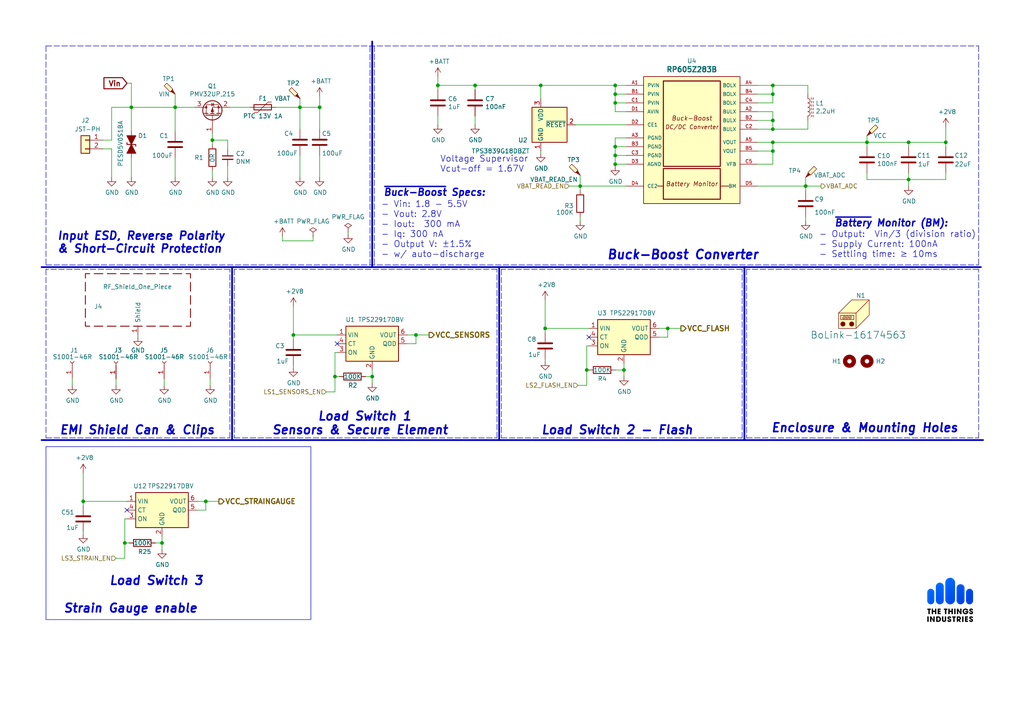
<source format=kicad_sch>
(kicad_sch (version 20231120) (generator "eeschema") (generator_version "8.0")
  (paper "A4")
  (title_block (title "Power Supply") (date "2021-05-24") (rev "1.1b") (company "The Things Industries") (comment 1 "https://www.thethingsindustries.com/") (comment 2 "Drawn by: Orkhan Amiraslanov (azerimaker)"))
  (lib_symbols
    (symbol "Connector:Conn_01x01_Female" (pin_names (offset 1.016) hide)
      (property "Reference" "J" (at 0 2.54 0))
      (property "Value" "Conn_01x01_Female" (at 0 -2.54 0))
      (symbol "Conn_01x01_Female_1_1"
        (pin passive line (at -5.08 0 0) (length 3.81) (name "Pin_1") (number "1"))
      )
    )
    (symbol "Connector:TestPoint_Probe" (pin_numbers hide) (pin_names (offset 0.762) hide)
      (property "Reference" "TP" (at 1.651 5.842 0))
      (property "Value" "TestPoint_Probe" (at 1.651 4.064 0))
      (symbol "TestPoint_Probe_1_1"
        (pin passive line (at 0 0 90) (length 0) (name "1") (number "1"))
      )
    )
    (symbol "Connector_Generic:Conn_01x02" (pin_names (offset 1.016) hide)
      (property "Reference" "J" (at 0 2.54 0))
      (property "Value" "Conn_01x02" (at 0 -5.08 0))
      (symbol "Conn_01x02_1_1"
        (pin passive line (at -5.08 0 0) (length 3.81) (name "Pin_1") (number "1"))
        (pin passive line (at -5.08 -2.54 0) (length 3.81) (name "Pin_2") (number "2"))
      )
    )
    (symbol "Device:C" (pin_numbers hide) (pin_names (offset 0.254))
      (property "Reference" "C" (at 0.635 2.54 0))
      (property "Value" "C" (at 0.635 -2.54 0))
      (symbol "C_1_1"
        (pin passive line (at 0 3.81 270) (length 2.794) (name "~") (number "1"))
        (pin passive line (at 0 -3.81 90) (length 2.794) (name "~") (number "2"))
      )
    )
    (symbol "Device:C_Small" (pin_numbers hide) (pin_names (offset 0.254) hide)
      (property "Reference" "C" (at 0.254 1.778 0))
      (property "Value" "C_Small" (at 0.254 -2.032 0))
      (symbol "C_Small_1_1"
        (pin passive line (at 0 2.54 270) (length 2.032) (name "~") (number "1"))
        (pin passive line (at 0 -2.54 90) (length 2.032) (name "~") (number "2"))
      )
    )
    (symbol "Device:D_TVS_ALT" (pin_numbers hide) (pin_names (offset 1.016) hide)
      (property "Reference" "D" (at 0 2.54 0))
      (property "Value" "Device_D_TVS_ALT" (at 0 -2.54 0))
      (symbol "D_TVS_ALT_1_1"
        (pin passive line (at -3.81 0 0) (length 2.54) (name "A1") (number "1"))
        (pin passive line (at 3.81 0 180) (length 2.54) (name "A2") (number "2"))
      )
    )
    (symbol "Device:L_Core_Ferrite" (pin_numbers hide) (pin_names (offset 1.016) hide)
      (property "Reference" "L" (at -1.27 0 90))
      (property "Value" "Device_L_Core_Ferrite" (at 2.794 0 90))
      (symbol "L_Core_Ferrite_1_1"
        (pin passive line (at 0 3.81 270) (length 1.27) (name "1") (number "1"))
        (pin passive line (at 0 -3.81 90) (length 1.27) (name "2") (number "2"))
      )
    )
    (symbol "Device:Polyfuse" (pin_numbers hide) (pin_names (offset 0))
      (property "Reference" "F" (at -2.54 0 90))
      (property "Value" "Polyfuse" (at 2.54 0 90))
      (symbol "Polyfuse_1_1"
        (pin passive line (at 0 3.81 270) (length 1.27) (name "~") (number "1"))
        (pin passive line (at 0 -3.81 90) (length 1.27) (name "~") (number "2"))
      )
    )
    (symbol "Device:Q_PMOS_GSD" (pin_names (offset 0) hide)
      (property "Reference" "Q" (at 5.08 1.27 0))
      (property "Value" "Q_PMOS_GSD" (at 5.08 -1.27 0))
      (symbol "Q_PMOS_GSD_1_1"
        (pin input line (at -5.08 0 0) (length 2.54) (name "G") (number "1"))
        (pin passive line (at 2.54 -5.08 90) (length 2.54) (name "S") (number "2"))
        (pin passive line (at 2.54 5.08 270) (length 2.54) (name "D") (number "3"))
      )
    )
    (symbol "Device:R" (pin_numbers hide) (pin_names (offset 0))
      (property "Reference" "R" (at 2.032 0 90))
      (property "Value" "R" (at 0 0 90))
      (symbol "R_1_1"
        (pin passive line (at 0 3.81 270) (length 1.27) (name "~") (number "1"))
        (pin passive line (at 0 -3.81 90) (length 1.27) (name "~") (number "2"))
      )
    )
    (symbol "Device:RF_Shield_One_Piece" (pin_names (offset 1.016))
      (property "Reference" "J" (at 0 5.08 0))
      (property "Value" "Device_RF_Shield_One_Piece" (at 0 2.54 0))
      (symbol "RF_Shield_One_Piece_1_1"
        (pin passive line (at 0 -10.16 90) (length 2.54) (name "Shield") (number "1"))
      )
    )
    (symbol "Mechanical:Housing" (pin_names (offset 1.016))
      (property "Reference" "N" (at 3.81 0 0))
      (property "Value" "Housing" (at 3.81 -1.905 0))
    )
    (symbol "Mechanical:MountingHole" (pin_names (offset 1.016))
      (property "Reference" "H" (at 0 5.08 0))
      (property "Value" "MountingHole" (at 0 3.175 0))
    )
    (symbol "Power_Management:TPS22917DBV"
      (property "Reference" "U" (at -6.35 6.35 0))
      (property "Value" "TPS22917DBV" (at 2.54 6.35 0))
      (symbol "TPS22917DBV_1_1"
        (pin power_in line (at -10.16 2.54 0) (length 2.54) (name "VIN") (number "1"))
        (pin power_in line (at 0 -7.62 90) (length 2.54) (name "GND") (number "2"))
        (pin input line (at -10.16 -2.54 0) (length 2.54) (name "ON") (number "3"))
        (pin output line (at -10.16 0 0) (length 2.54) (name "CT") (number "4"))
        (pin open_collector line (at 10.16 0 180) (length 2.54) (name "QOD") (number "5"))
        (pin power_out line (at 10.16 2.54 180) (length 2.54) (name "VOUT") (number "6"))
      )
    )
    (symbol "Power_Supervisor:TPS3839DBZ" (pin_names (offset 0.254))
      (property "Reference" "U" (at 2.54 8.89 0))
      (property "Value" "TPS3839DBZ" (at 2.54 6.35 0))
      (symbol "TPS3839DBZ_1_1"
        (pin power_in line (at 0 -7.62 90) (length 2.54) (name "GND") (number "1"))
        (pin output line (at 10.16 0 180) (length 2.54) (name "~{RESET}") (number "2"))
        (pin power_in line (at 0 7.62 270) (length 2.54) (name "VDD") (number "3"))
      )
    )
    (symbol "node-lib-v1:RP605Zx" (pin_names (offset 1.016))
      (property "Reference" "U" (at 0 3.81 0))
      (property "Value" "RP605Zx" (at 10.16 3.81 0))
      (symbol "RP605Zx_0_0"
        (text "Battery Monitor" (at 13.97 -28.575 0) (effects (font (size 1.2954 1.2954) (italic yes))))
        (text "Buck-Boost" (at 13.97 -9.525 0) (effects (font (size 1.2954 1.2954) (italic yes))))
        (text "DC/DC Converter" (at 13.97 -12.065 0) (effects (font (size 1.1938 1.1938) (italic yes))))
        (pin power_in line (at -5.08 0 0) (length 5.08) (name "PVIN") (number "A1"))
        (pin bidirectional line (at 33.02 -7.62 180) (length 5.08) (name "BULX") (number "A2"))
        (pin passive line (at -5.08 -15.24 0) (length 5.08) (name "PGND") (number "A3"))
        (pin bidirectional line (at 33.02 0 180) (length 5.08) (name "BOLX") (number "A4"))
        (pin power_out line (at 33.02 -16.51 180) (length 5.08) (name "VOUT") (number "A5"))
        (pin power_in line (at -5.08 -2.54 0) (length 5.08) (name "PVIN") (number "B1"))
        (pin bidirectional line (at 33.02 -10.16 180) (length 5.08) (name "BULX") (number "B2"))
        (pin passive line (at -5.08 -17.78 0) (length 5.08) (name "PGND") (number "B3"))
        (pin bidirectional line (at 33.02 -2.54 180) (length 5.08) (name "BOLX") (number "B4"))
        (pin passive line (at 33.02 -19.05 180) (length 5.08) (name "VOUT") (number "B5"))
        (pin power_in line (at -5.08 -5.08 0) (length 5.08) (name "PVIN") (number "C1"))
        (pin bidirectional line (at 33.02 -12.7 180) (length 5.08) (name "BULX") (number "C2"))
        (pin passive line (at -5.08 -20.32 0) (length 5.08) (name "PGND") (number "C3"))
        (pin bidirectional line (at 33.02 -5.08 180) (length 5.08) (name "BOLX") (number "C4"))
        (pin input line (at 33.02 -22.86 180) (length 5.08) (name "VFB") (number "C5"))
        (pin power_in line (at -5.08 -7.62 0) (length 5.08) (name "AVIN") (number "D1"))
        (pin input line (at -5.08 -11.43 0) (length 5.08) (name "CE1") (number "D2"))
        (pin passive line (at -5.08 -22.86 0) (length 5.08) (name "AGND") (number "D3"))
        (pin input line (at -5.08 -29.21 0) (length 5.08) (name "CE2") (number "D4"))
        (pin output line (at 33.02 -29.21 180) (length 5.08) (name "BM") (number "D5"))
      )
    )
    (symbol "power:+2V8" (power) (pin_names (offset 0))
      (property "Value" "+2V8" (at 0 3.556 0))
      (symbol "+2V8_1_1"
        (pin power_in line (at 0 0 90) (length 0) hide (name "+2V8") (number "1"))
      )
    )
    (symbol "power:+BATT" (power) (pin_names (offset 0))
      (property "Value" "+BATT" (at 0 3.556 0))
      (symbol "+BATT_1_1"
        (pin power_in line (at 0 0 90) (length 0) hide (name "+BATT") (number "1"))
      )
    )
    (symbol "power:GND" (power) (pin_names (offset 0))
      (property "Value" "GND" (at 0 -3.81 0))
      (symbol "GND_1_1"
        (pin power_in line (at 0 0 270) (length 0) hide (name "GND") (number "1"))
      )
    )
    (symbol "power:PWR_FLAG" (power) (pin_numbers hide) (pin_names (offset 0) hide)
      (property "Value" "PWR_FLAG" (at 0 3.81 0))
      (symbol "PWR_FLAG_0_0"
        (pin power_out line (at 0 0 90) (length 0) (name "pwr") (number "1"))
      )
    )
  )
  (junction (at 224.155 24.765))
  (junction (at 92.71 31.115))
  (junction (at 137.795 24.765))
  (junction (at 24.13 145.415))
  (junction (at 168.275 53.975))
  (junction (at 178.435 45.085))
  (junction (at 158.115 95.25))
  (junction (at 50.8 31.115))
  (junction (at 224.155 43.815))
  (junction (at 180.975 107.315))
  (junction (at 59.69 145.415))
  (junction (at 46.99 157.48))
  (junction (at 127 24.765))
  (junction (at 178.435 24.765))
  (junction (at 224.155 37.465))
  (junction (at 36.195 157.48))
  (junction (at 178.435 29.845))
  (junction (at 170.18 107.315))
  (junction (at 86.995 31.115))
  (junction (at 263.525 41.275))
  (junction (at 61.595 40.64))
  (junction (at 85.09 97.155))
  (junction (at 274.32 41.275))
  (junction (at 224.155 27.305))
  (junction (at 178.435 47.625))
  (junction (at 233.68 53.975))
  (junction (at 178.435 42.545))
  (junction (at 251.46 41.275))
  (junction (at 263.525 52.07))
  (junction (at 224.155 34.925))
  (junction (at 193.675 95.25))
  (junction (at 38.1 31.115))
  (junction (at 156.845 24.765))
  (junction (at 120.65 97.155))
  (junction (at 107.95 109.22))
  (junction (at 178.435 27.305))
  (junction (at 97.155 109.22))
  (junction (at 224.155 41.275))
  (no_connect (at 97.79 99.695))
  (no_connect (at 36.83 147.955))
  (no_connect (at 170.815 97.79))
  (wire (pts (xy 219.71 29.845) (xy 224.155 29.845)))
  (polyline (pts (xy 12.065 77.47) (xy 284.48 77.47)) (stroke (width 0.508) (type solid)))
  (wire (pts (xy 274.32 36.83) (xy 274.32 41.275)))
  (polyline (pts (xy 67.945 127) (xy 144.145 127)) (stroke (width 0) (type dash)))
  (wire (pts (xy 219.71 47.625) (xy 224.155 47.625)))
  (wire (pts (xy 107.95 109.22) (xy 107.95 111.125)))
  (wire (pts (xy 181.61 29.845) (xy 178.435 29.845)))
  (wire (pts (xy 32.385 31.115) (xy 38.1 31.115)))
  (wire (pts (xy 137.795 26.035) (xy 137.795 24.765)))
  (polyline (pts (xy 216.535 78.105) (xy 216.535 127)) (stroke (width 0) (type dash)))
  (polyline (pts (xy 13.335 78.105) (xy 13.335 127)) (stroke (width 0) (type dash)))
  (wire (pts (xy 263.525 50.165) (xy 263.525 52.07)))
  (wire (pts (xy 36.195 150.495) (xy 36.195 157.48)))
  (wire (pts (xy 120.65 99.695) (xy 120.65 97.155)))
  (wire (pts (xy 86.995 28.575) (xy 86.995 31.115)))
  (wire (pts (xy 85.09 88.9) (xy 85.09 97.155)))
  (wire (pts (xy 24.13 145.415) (xy 36.83 145.415)))
  (wire (pts (xy 168.275 53.975) (xy 181.61 53.975)))
  (wire (pts (xy 61.595 40.64) (xy 61.595 38.735)))
  (wire (pts (xy 224.155 37.465) (xy 234.315 37.465)))
  (wire (pts (xy 38.1 31.115) (xy 50.8 31.115)))
  (wire (pts (xy 36.83 24.13) (xy 38.1 24.13)))
  (wire (pts (xy 178.435 107.315) (xy 180.975 107.315)))
  (wire (pts (xy 137.795 33.655) (xy 137.795 36.195)))
  (wire (pts (xy 191.135 95.25) (xy 193.675 95.25)))
  (wire (pts (xy 165.1 53.975) (xy 168.275 53.975)))
  (wire (pts (xy 86.995 37.465) (xy 86.995 31.115)))
  (polyline (pts (xy 108.585 13.335) (xy 108.585 76.835)) (stroke (width 0) (type dash)))
  (wire (pts (xy 46.99 155.575) (xy 46.99 157.48)))
  (wire (pts (xy 66.04 48.26) (xy 66.04 51.435)))
  (wire (pts (xy 168.275 55.245) (xy 168.275 53.975)))
  (wire (pts (xy 178.435 42.545) (xy 178.435 45.085)))
  (polyline (pts (xy 144.145 127) (xy 144.145 78.105)) (stroke (width 0) (type dash)))
  (wire (pts (xy 59.69 147.955) (xy 57.15 147.955)))
  (wire (pts (xy 158.115 95.25) (xy 170.815 95.25)))
  (wire (pts (xy 36.83 150.495) (xy 36.195 150.495)))
  (wire (pts (xy 274.32 50.165) (xy 274.32 52.07)))
  (polyline (pts (xy 66.675 127) (xy 66.675 78.105)) (stroke (width 0) (type dash)))
  (wire (pts (xy 251.46 52.07) (xy 263.525 52.07)))
  (wire (pts (xy 251.46 39.37) (xy 251.46 41.275)))
  (wire (pts (xy 66.04 40.64) (xy 61.595 40.64)))
  (polyline (pts (xy 67.945 78.105) (xy 67.945 127)) (stroke (width 0) (type dash)))
  (wire (pts (xy 60.96 109.855) (xy 60.96 111.76)))
  (wire (pts (xy 120.65 97.155) (xy 124.46 97.155)))
  (wire (pts (xy 180.975 105.41) (xy 180.975 107.315)))
  (wire (pts (xy 81.915 69.85) (xy 90.805 69.85)))
  (wire (pts (xy 97.155 109.22) (xy 98.425 109.22)))
  (wire (pts (xy 92.71 45.085) (xy 92.71 51.435)))
  (wire (pts (xy 100.965 67.31) (xy 100.965 67.945)))
  (wire (pts (xy 36.195 161.925) (xy 33.655 161.925)))
  (polyline (pts (xy 145.415 127) (xy 215.265 127)) (stroke (width 0) (type dash)))
  (wire (pts (xy 178.435 32.385) (xy 178.435 29.845)))
  (wire (pts (xy 181.61 40.005) (xy 178.435 40.005)))
  (polyline (pts (xy 215.265 127) (xy 215.265 78.105)) (stroke (width 0) (type dash)))
  (wire (pts (xy 181.61 45.085) (xy 178.435 45.085)))
  (wire (pts (xy 234.315 24.765) (xy 234.315 27.305)))
  (wire (pts (xy 178.435 48.26) (xy 178.435 47.625)))
  (wire (pts (xy 97.79 102.235) (xy 97.155 102.235)))
  (wire (pts (xy 224.155 41.275) (xy 251.46 41.275)))
  (wire (pts (xy 181.61 24.765) (xy 178.435 24.765)))
  (wire (pts (xy 61.595 41.91) (xy 61.595 40.64)))
  (wire (pts (xy 127 33.655) (xy 127 36.195)))
  (wire (pts (xy 274.32 42.545) (xy 274.32 41.275)))
  (wire (pts (xy 224.155 43.815) (xy 224.155 41.275)))
  (wire (pts (xy 158.115 104.14) (xy 158.115 104.775)))
  (wire (pts (xy 66.04 43.18) (xy 66.04 40.64)))
  (wire (pts (xy 233.68 53.975) (xy 238.125 53.975)))
  (polyline (pts (xy 215.9 127.635) (xy 215.9 77.47)) (stroke (width 0.508) (type solid)))
  (wire (pts (xy 24.13 154.305) (xy 24.13 154.94)))
  (wire (pts (xy 224.155 29.845) (xy 224.155 27.305)))
  (wire (pts (xy 120.65 99.695) (xy 118.11 99.695)))
  (wire (pts (xy 36.195 157.48) (xy 36.195 161.925)))
  (wire (pts (xy 156.845 24.765) (xy 178.435 24.765)))
  (wire (pts (xy 168.275 50.8) (xy 168.275 53.975)))
  (wire (pts (xy 233.68 55.245) (xy 233.68 53.975)))
  (wire (pts (xy 85.09 97.155) (xy 85.09 98.425)))
  (wire (pts (xy 178.435 40.005) (xy 178.435 42.545)))
  (wire (pts (xy 46.99 157.48) (xy 46.99 159.385)))
  (wire (pts (xy 193.675 95.25) (xy 197.485 95.25)))
  (polyline (pts (xy 13.335 76.835) (xy 283.845 76.835)) (stroke (width 0) (type dash)))
  (wire (pts (xy 224.155 27.305) (xy 224.155 24.765)))
  (wire (pts (xy 224.155 34.925) (xy 224.155 37.465)))
  (wire (pts (xy 24.13 137.16) (xy 24.13 145.415)))
  (wire (pts (xy 170.18 100.33) (xy 170.18 107.315)))
  (wire (pts (xy 57.15 145.415) (xy 59.69 145.415)))
  (wire (pts (xy 33.655 109.855) (xy 33.655 111.76)))
  (wire (pts (xy 193.675 97.79) (xy 193.675 95.25)))
  (wire (pts (xy 170.18 107.315) (xy 170.18 111.76)))
  (wire (pts (xy 36.195 157.48) (xy 37.465 157.48)))
  (wire (pts (xy 178.435 29.845) (xy 178.435 27.305)))
  (polyline (pts (xy 283.845 78.105) (xy 216.535 78.105)) (stroke (width 0) (type dash)))
  (polyline (pts (xy 13.335 13.335) (xy 13.335 76.835)) (stroke (width 0) (type dash)))
  (polyline (pts (xy 66.675 78.105) (xy 13.335 78.105)) (stroke (width 0) (type dash)))
  (wire (pts (xy 38.1 24.13) (xy 38.1 31.115)))
  (wire (pts (xy 251.46 42.545) (xy 251.46 41.275)))
  (wire (pts (xy 92.71 31.115) (xy 92.71 27.94)))
  (wire (pts (xy 20.955 109.855) (xy 20.955 111.76)))
  (polyline (pts (xy 215.265 78.105) (xy 145.415 78.105)) (stroke (width 0) (type dash)))
  (wire (pts (xy 127 24.765) (xy 137.795 24.765)))
  (wire (pts (xy 106.045 109.22) (xy 107.95 109.22)))
  (wire (pts (xy 170.815 100.33) (xy 170.18 100.33)))
  (wire (pts (xy 219.71 34.925) (xy 224.155 34.925)))
  (wire (pts (xy 224.155 47.625) (xy 224.155 43.815)))
  (wire (pts (xy 32.385 43.18) (xy 32.385 51.435)))
  (wire (pts (xy 263.525 52.07) (xy 263.525 53.975)))
  (wire (pts (xy 127 26.035) (xy 127 24.765)))
  (wire (pts (xy 181.61 42.545) (xy 178.435 42.545)))
  (wire (pts (xy 127 22.225) (xy 127 24.765)))
  (wire (pts (xy 38.1 38.1) (xy 38.1 31.115)))
  (wire (pts (xy 50.8 31.115) (xy 56.515 31.115)))
  (wire (pts (xy 233.68 53.975) (xy 219.71 53.975)))
  (polyline (pts (xy 144.78 77.47) (xy 144.78 127.635)) (stroke (width 0.508) (type solid)))
  (wire (pts (xy 47.625 109.855) (xy 47.625 111.76)))
  (wire (pts (xy 107.95 107.315) (xy 107.95 109.22)))
  (polyline (pts (xy 144.145 78.105) (xy 67.945 78.105)) (stroke (width 0) (type dash)))
  (wire (pts (xy 158.115 95.25) (xy 158.115 96.52)))
  (polyline (pts (xy 216.535 127) (xy 283.845 127)) (stroke (width 0) (type dash)))
  (wire (pts (xy 97.155 109.22) (xy 97.155 113.665)))
  (wire (pts (xy 92.71 37.465) (xy 92.71 31.115)))
  (wire (pts (xy 233.68 62.865) (xy 233.68 64.135)))
  (wire (pts (xy 45.085 157.48) (xy 46.99 157.48)))
  (wire (pts (xy 219.71 43.815) (xy 224.155 43.815)))
  (wire (pts (xy 61.595 49.53) (xy 61.595 51.435)))
  (wire (pts (xy 97.155 102.235) (xy 97.155 109.22)))
  (wire (pts (xy 178.435 45.085) (xy 178.435 47.625)))
  (wire (pts (xy 251.46 41.275) (xy 263.525 41.275)))
  (wire (pts (xy 180.975 107.315) (xy 180.975 109.22)))
  (wire (pts (xy 86.995 31.115) (xy 92.71 31.115)))
  (wire (pts (xy 181.61 32.385) (xy 178.435 32.385)))
  (wire (pts (xy 178.435 27.305) (xy 178.435 24.765)))
  (polyline (pts (xy 283.845 13.335) (xy 283.845 76.835)) (stroke (width 0) (type dash)))
  (wire (pts (xy 32.385 31.115) (xy 32.385 40.64)))
  (wire (pts (xy 50.8 38.1) (xy 50.8 31.115)))
  (wire (pts (xy 168.275 62.865) (xy 168.275 64.135)))
  (wire (pts (xy 251.46 50.165) (xy 251.46 52.07)))
  (wire (pts (xy 181.61 47.625) (xy 178.435 47.625)))
  (wire (pts (xy 224.155 32.385) (xy 224.155 34.925)))
  (wire (pts (xy 59.69 145.415) (xy 63.5 145.415)))
  (wire (pts (xy 32.385 40.64) (xy 29.845 40.64)))
  (wire (pts (xy 224.155 24.765) (xy 234.315 24.765)))
  (wire (pts (xy 263.525 42.545) (xy 263.525 41.275)))
  (wire (pts (xy 158.115 86.995) (xy 158.115 95.25)))
  (wire (pts (xy 234.315 37.465) (xy 234.315 34.925)))
  (wire (pts (xy 50.8 27.305) (xy 50.8 31.115)))
  (polyline (pts (xy 67.31 77.47) (xy 67.31 127.635)) (stroke (width 0.508) (type solid)))
  (wire (pts (xy 24.13 145.415) (xy 24.13 146.685)))
  (wire (pts (xy 137.795 24.765) (xy 156.845 24.765)))
  (wire (pts (xy 219.71 37.465) (xy 224.155 37.465)))
  (wire (pts (xy 219.71 41.275) (xy 224.155 41.275)))
  (wire (pts (xy 193.675 97.79) (xy 191.135 97.79)))
  (polyline (pts (xy 107.315 76.835) (xy 107.315 13.335)) (stroke (width 0) (type dash)))
  (wire (pts (xy 66.675 31.115) (xy 72.39 31.115)))
  (wire (pts (xy 59.69 147.955) (xy 59.69 145.415)))
  (polyline (pts (xy 145.415 78.105) (xy 145.415 127)) (stroke (width 0) (type dash)))
  (polyline (pts (xy 12.065 127.635) (xy 285.115 127.635)) (stroke (width 0.508) (type solid)))
  (wire (pts (xy 38.1 45.72) (xy 38.1 51.435)))
  (wire (pts (xy 29.845 43.18) (xy 32.385 43.18)))
  (wire (pts (xy 85.09 97.155) (xy 97.79 97.155)))
  (wire (pts (xy 274.32 52.07) (xy 263.525 52.07)))
  (wire (pts (xy 86.995 45.085) (xy 86.995 51.435)))
  (wire (pts (xy 118.11 97.155) (xy 120.65 97.155)))
  (wire (pts (xy 156.845 43.815) (xy 156.845 44.45)))
  (wire (pts (xy 219.71 24.765) (xy 224.155 24.765)))
  (wire (pts (xy 263.525 41.275) (xy 274.32 41.275)))
  (polyline (pts (xy 107.95 77.47) (xy 107.95 12.065)) (stroke (width 0.508) (type solid)))
  (wire (pts (xy 170.18 111.76) (xy 167.64 111.76)))
  (wire (pts (xy 90.805 69.85) (xy 90.805 68.58)))
  (wire (pts (xy 156.845 28.575) (xy 156.845 24.765)))
  (polyline (pts (xy 283.845 127) (xy 283.845 78.105)) (stroke (width 0) (type dash)))
  (wire (pts (xy 81.915 68.58) (xy 81.915 69.85)))
  (wire (pts (xy 97.155 113.665) (xy 94.615 113.665)))
  (wire (pts (xy 50.8 45.72) (xy 50.8 51.435)))
  (polyline (pts (xy 13.335 13.335) (xy 283.845 13.335)) (stroke (width 0) (type dash)))
  (wire (pts (xy 181.61 27.305) (xy 178.435 27.305)))
  (wire (pts (xy 85.09 106.045) (xy 85.09 106.68)))
  (wire (pts (xy 233.68 51.435) (xy 233.68 53.975)))
  (polyline (pts (xy 13.335 127) (xy 66.675 127)) (stroke (width 0) (type dash)))
  (wire (pts (xy 219.71 32.385) (xy 224.155 32.385)))
  (wire (pts (xy 167.005 36.195) (xy 181.61 36.195)))
  (wire (pts (xy 219.71 27.305) (xy 224.155 27.305)))
  (wire (pts (xy 80.01 31.115) (xy 86.995 31.115)))
  (wire (pts (xy 40.005 97.155) (xy 40.005 97.79)))
  (wire (pts (xy 170.18 107.315) (xy 170.815 107.315)))
  (rectangle (start 13.335 129.54) (end 90.17 179.705))
  (image (at 275.59 173.99) (scale 0.1794))
  (text "- Output:  Vin/3 (division ratio)\n- Supply Current: 100nA\n- Settling time: ≥ 10ms" (at 237.49 74.93 0) (effects (font (size 1.8034 1.8034)) (justify left bottom)))
  (text "Buck-Boost Converter" (at 175.895 75.565 0) (effects (font (size 2.5908 2.5908) (thickness 0.5182) (bold yes) (italic yes)) (justify left bottom)))
  (text "EMI Shield Can & Clips" (at 17.145 126.365 0) (effects (font (size 2.4892 2.4892) (thickness 0.4978) (bold yes) (italic yes)) (justify left bottom)))
  (text "       Load Switch 3\n \nStrain Gauge enable" (at 18.288 178.054 0) (effects (font (size 2.4892 2.4892) (thickness 0.4978) (bold yes) (italic yes)) (justify left bottom)))
  (text "~{Buck-Boost} Specs:" (at 111.125 57.15 0) (effects (font (size 2.0066 2.0066) (thickness 0.4013) (bold yes) (italic yes)) (justify left bottom)))
  (text "- Vin: 1.8 - 5.5V\n- Vout: 2.8V\n- Iout:  300 mA\n- Iq: 300 nA\n- Output V: ±1.5%\n- w/ auto-discharge" (at 110.49 74.93 0) (effects (font (size 1.8034 1.8034)) (justify left bottom)))
  (text "       Load Switch 1 \nSensors & Secure Element" (at 78.74 126.365 0) (effects (font (size 2.4892 2.4892) (thickness 0.4978) (bold yes) (italic yes)) (justify left bottom)))
  (text "Load Switch 2 - Flash" (at 156.845 126.365 0) (effects (font (size 2.4892 2.4892) (thickness 0.4978) (bold yes) (italic yes)) (justify left bottom)))
  (text "Enclosure & Mounting Holes" (at 223.52 125.73 0) (effects (font (size 2.4892 2.4892) (thickness 0.4978) (bold yes) (italic yes)) (justify left bottom)))
  (text "Voltage Supervisor\nVcut-off = 1.67V" (at 127.635 50.165 0) (effects (font (size 1.8034 1.8034)) (justify left bottom)))
  (text "~{Battery} Monitor (BM):" (at 241.935 66.04 0) (effects (font (size 2.0066 2.0066) (thickness 0.4013) (bold yes) (italic yes)) (justify left bottom)))
  (text "Input ESD, Reverse Polarity  \n& Short-Circuit Protection" (at 16.51 73.66 0) (effects (font (size 2.3114 2.3114) (thickness 0.4623) (bold yes) (italic yes)) (justify left bottom)))
  (global_label "Vin" (shape input) (at 36.83 24.13 180) (effects (font (size 1.4986 1.4986) (thickness 0.2997) (bold yes))) (property "Intersheetrefs" "${INTERSHEET_REFS}" (effects (hide yes))))
  (hierarchical_label "LS3_STRAIN_EN" (shape input) (at 33.655 161.925 180))
  (hierarchical_label "LS1_SENSORS_EN" (shape input) (at 94.615 113.665 180))
  (hierarchical_label "VCC_STRAINGAUGE" (shape output) (at 63.5 145.415 0) (effects (font (size 1.4986 1.4986) (thickness 0.2997) (bold yes))))
  (hierarchical_label "VCC_FLASH" (shape output) (at 197.485 95.25 0) (effects (font (size 1.4986 1.4986) (thickness 0.2997) (bold yes))))
  (hierarchical_label "VBAT_READ_EN" (shape input) (at 165.1 53.975 180))
  (hierarchical_label "LS2_FLASH_EN" (shape input) (at 167.64 111.76 180))
  (hierarchical_label "VBAT_ADC" (shape output) (at 238.125 53.975 0))
  (hierarchical_label "VCC_SENSORS" (shape output) (at 124.46 97.155 0) (effects (font (size 1.4986 1.4986) (thickness 0.2997) (bold yes))))
  (symbol (lib_id "Device:Q_PMOS_GSD") (at 61.595 33.655 90) (unit 1)
    (property "Reference" "Q1" (at 61.595 24.9682 90))
    (property "Value" "PMV32UP,215" (at 61.595 27.2796 90))
    (property "Footprint" "Package_TO_SOT_SMD:SOT-23" (effects (hide yes)))
    (property "MPN" "PMV32UP,215" (effects (hide yes)))
    (property "URL" "https://lcsc.com/product-detail/MOSFET_Nexperia-PMV32UP-215_C282569.html" (effects (hide yes)))
  )
  (symbol (lib_id "power:GND") (at 32.385 51.435 0) (unit 1)
    (property "Reference" "#PWR02" (effects (hide yes)))
    (property "Value" "GND" (at 32.512 55.8292 0))
  )
  (symbol (lib_id "power:GND") (at 61.595 51.435 0) (unit 1)
    (property "Reference" "#PWR09" (effects (hide yes)))
    (property "Value" "GND" (at 61.722 55.8292 0))
  )
  (symbol (lib_id "power:+BATT") (at 92.71 27.94 0) (unit 1)
    (property "Reference" "#PWR015" (effects (hide yes)))
    (property "Value" "+BATT" (at 93.091 23.5458 0))
  )
  (symbol (lib_id "power:+BATT") (at 127 22.225 0) (unit 1)
    (property "Reference" "#PWR019" (effects (hide yes)))
    (property "Value" "+BATT" (at 127.381 17.8308 0))
  )
  (symbol (lib_id "Device:Polyfuse") (at 76.2 31.115 270) (unit 1)
    (property "Reference" "F1" (at 76.2 28.575 90))
    (property "Value" "PTC 13V 1A" (at 76.2 33.655 90))
    (property "Footprint" "Fuse:Fuse_1210_3225Metric_Castellated" (effects (hide yes)))
    (property "MPN" "SMD1210-050" (effects (hide yes)))
    (property "URL" "https://lcsc.com/product-detail/PTC-Resettable-Fuses_TECHFUSE-SMD1210-050_C70094.html" (effects (hide yes)))
  )
  (symbol (lib_id "Power_Management:TPS22917DBV") (at 107.95 99.695 0) (unit 1)
    (property "Reference" "U1" (at 101.6 92.71 0))
    (property "Value" "TPS22917DBV" (at 110.49 92.71 0))
    (property "Footprint" "Package_TO_SOT_SMD:SOT-23-6" (effects (hide yes)))
    (property "Datasheet" "http://www.ti.com/lit/ds/symlink/tps22917.pdf" (effects (hide yes)))
    (property "MPN" "TPS22917DBVR" (effects (hide yes)))
    (property "URL" "https://www.ti.com/store/ti/en/p/product/?p=TPS22917DBVR" (effects (hide yes)))
  )
  (symbol (lib_id "Device:C") (at 233.68 59.055 0) (unit 1)
    (property "Reference" "C9" (at 236.22 57.785 0) (effects (justify left)))
    (property "Value" "100nF" (at 236.22 61.595 0) (effects (justify left)))
    (property "Footprint" "Capacitor_SMD:C_0402_1005Metric" (effects (hide yes)))
    (property "MPN" "CC0402KRX7R7BB104" (effects (hide yes)))
    (property "URL" "https://lcsc.com/product-detail/Multilayer-Ceramic-Capacitors-MLCC-SMD-SMT_YAGEO-CC0402KRX7R7BB104_C60474.html" (effects (hide yes)))
  )
  (symbol (lib_id "power:GND") (at 233.68 64.135 0) (unit 1)
    (property "Reference" "#PWR028" (effects (hide yes)))
    (property "Value" "GND" (at 233.807 68.5292 0))
  )
  (symbol (lib_id "Device:C") (at 127 29.845 0) (unit 1)
    (property "Reference" "C6" (at 129.921 28.6766 0) (effects (justify left)))
    (property "Value" "1uF" (at 129.921 30.988 0) (effects (justify left)))
    (property "Footprint" "Capacitor_SMD:C_0402_1005Metric" (effects (hide yes)))
    (property "MPN" "CL05A105KQ5NNNC" (effects (hide yes)))
    (property "URL" "https://lcsc.com/product-detail/Multilayer-Ceramic-Capacitors-MLCC-SMD-SMT_Samsung-Electro-Mechanics-CL05A105KQ5NNNC_C107372.html" (effects (hide yes)))
  )
  (symbol (lib_id "power:GND") (at 127 36.195 0) (unit 1)
    (property "Reference" "#PWR020" (effects (hide yes)))
    (property "Value" "GND" (at 127.127 40.5892 0))
  )
  (symbol (lib_id "Device:C") (at 137.795 29.845 0) (unit 1)
    (property "Reference" "C7" (at 140.716 28.6766 0) (effects (justify left)))
    (property "Value" "100nF" (at 140.716 30.988 0) (effects (justify left)))
    (property "Footprint" "Capacitor_SMD:C_0402_1005Metric" (effects (hide yes)))
    (property "MPN" "CC0402KRX7R7BB104" (effects (hide yes)))
    (property "URL" "https://lcsc.com/product-detail/Multilayer-Ceramic-Capacitors-MLCC-SMD-SMT_YAGEO-CC0402KRX7R7BB104_C60474.html" (effects (hide yes)))
  )
  (symbol (lib_id "power:GND") (at 137.795 36.195 0) (unit 1)
    (property "Reference" "#PWR021" (effects (hide yes)))
    (property "Value" "GND" (at 137.922 40.5892 0))
  )
  (symbol (lib_id "Connector:TestPoint_Probe") (at 86.995 28.575 90) (unit 1)
    (property "Reference" "TP2" (at 85.09 24.13 90))
    (property "Value" "VBAT" (at 81.915 28.575 90))
    (property "Footprint" "TestPoint:TestPoint_Pad_D1.5mm" (effects (hide yes)))
    (property "MPN" "DNM" (effects (hide yes)))
  )
  (symbol (lib_id "Device:C") (at 274.32 46.355 180) (unit 1)
    (property "Reference" "C12" (at 276.86 45.085 0) (effects (justify right)))
    (property "Value" "22uF" (at 276.86 47.625 0) (effects (justify right)))
    (property "Footprint" "Capacitor_SMD:C_0603_1608Metric" (effects (hide yes)))
    (property "MPN" "CC0603MRX5R5BB226" (effects (hide yes)))
    (property "URL" "https://lcsc.com/product-detail/Multilayer-Ceramic-Capacitors-MLCC-SMD-SMT_22uF-226-20-6-3V_C109448.html" (effects (hide yes)))
    (property "ALT_MPN" "JMK107BBJ226MA" (effects (hide yes)))
  )
  (symbol (lib_id "power:GND") (at 263.525 53.975 0) (unit 1)
    (property "Reference" "#PWR029" (effects (hide yes)))
    (property "Value" "GND" (at 263.652 58.3692 0))
  )
  (symbol (lib_id "Mechanical:MountingHole") (at 246.38 104.775 0) (unit 1)
    (property "Reference" "H1" (at 241.3 104.775 0) (effects (justify left)))
    (property "Value" "MountingHole" (effects (hide yes)))
    (property "Footprint" "MountingHole:MountingHole_2.5mm" (effects (hide yes)))
  )
  (symbol (lib_id "Mechanical:MountingHole") (at 251.46 104.775 0) (unit 1)
    (property "Reference" "H2" (at 254 104.775 0) (effects (justify left)))
    (property "Value" "MountingHole" (effects (hide yes)))
    (property "Footprint" "MountingHole:MountingHole_2.5mm" (effects (hide yes)))
  )
  (symbol (lib_id "Mechanical:Housing") (at 248.92 90.805 0) (unit 1)
    (property "Reference" "N1" (at 248.285 85.725 0) (effects (justify left)))
    (property "Value" "BoLink-16174563" (at 234.95 97.155 0) (effects (font (size 2.0066 2.0066)) (justify left)))
    (property "Footprint" "node-lib-v1:BoLink_704025" (effects (hide yes)))
    (property "MPN" "DNM" (effects (hide yes)))
    (property "URL" "https://www.distrelec.nl/en/bolink-iot-enclosure-bolink-43-2x71-2x26mm-white-polycarbonate-ip65-bopla-16174563-hmt1/p/30144876" (effects (hide yes)))
    (property "ALT_MPN" "S6L-303013" (effects (hide yes)))
  )
  (symbol (lib_id "Device:R") (at 102.235 109.22 270) (unit 1)
    (property "Reference" "R2" (at 100.965 111.76 90) (effects (justify left)))
    (property "Value" "100K" (at 99.695 109.22 90) (effects (justify left)))
    (property "Footprint" "Resistor_SMD:R_0402_1005Metric" (effects (hide yes)))
    (property "MPN" "RC0402FR-07100KL	" (effects (hide yes)))
    (property "URL" "https://lcsc.com/product-detail/Chip-Resistor-Surface-Mount_YAGEO-RC0402FR-07100KL_C60491.html" (effects (hide yes)))
  )
  (symbol (lib_id "Device:C") (at 85.09 102.235 0) (mirror y) (unit 1)
    (property "Reference" "C3" (at 82.55 100.33 0) (effects (justify left)))
    (property "Value" "1uF" (at 83.82 104.775 0) (effects (justify left)))
    (property "Footprint" "Capacitor_SMD:C_0402_1005Metric" (effects (hide yes)))
    (property "MPN" "CL05A105KQ5NNNC" (effects (hide yes)))
    (property "URL" "https://lcsc.com/product-detail/Multilayer-Ceramic-Capacitors-MLCC-SMD-SMT_Samsung-Electro-Mechanics-CL05A105KQ5NNNC_C107372.html" (effects (hide yes)))
  )
  (symbol (lib_id "Connector:TestPoint_Probe") (at 251.46 39.37 270) (mirror x) (unit 1)
    (property "Reference" "TP5" (at 253.365 34.925 90))
    (property "Value" "VCC" (at 255.27 39.37 90))
    (property "Footprint" "TestPoint:TestPoint_Pad_D1.5mm" (effects (hide yes)))
    (property "MPN" "DNM" (effects (hide yes)))
  )
  (symbol (lib_id "power:GND") (at 85.09 106.68 0) (unit 1)
    (property "Reference" "#PWR013" (effects (hide yes)))
    (property "Value" "GND" (at 85.217 111.0742 0))
  )
  (symbol (lib_id "power:GND") (at 107.95 111.125 0) (unit 1)
    (property "Reference" "#PWR018" (effects (hide yes)))
    (property "Value" "GND" (at 108.077 115.5192 0))
  )
  (symbol (lib_id "Power_Management:TPS22917DBV") (at 180.975 97.79 0) (unit 1)
    (property "Reference" "U3" (at 174.625 90.805 0))
    (property "Value" "TPS22917DBV" (at 183.515 90.805 0))
    (property "Footprint" "Package_TO_SOT_SMD:SOT-23-6" (effects (hide yes)))
    (property "Datasheet" "http://www.ti.com/lit/ds/symlink/tps22917.pdf" (effects (hide yes)))
    (property "MPN" "TPS22917DBVR" (effects (hide yes)))
    (property "URL" "https://www.ti.com/store/ti/en/p/product/?p=TPS22917DBVR" (effects (hide yes)))
  )
  (symbol (lib_id "Device:R") (at 174.625 107.315 270) (unit 1)
    (property "Reference" "R4" (at 173.355 109.855 90) (effects (justify left)))
    (property "Value" "100K" (at 172.085 107.315 90) (effects (justify left)))
    (property "Footprint" "Resistor_SMD:R_0402_1005Metric" (effects (hide yes)))
    (property "MPN" "RC0402FR-07100KL	" (effects (hide yes)))
    (property "URL" "https://lcsc.com/product-detail/Chip-Resistor-Surface-Mount_YAGEO-RC0402FR-07100KL_C60491.html" (effects (hide yes)))
  )
  (symbol (lib_id "Device:C") (at 158.115 100.33 0) (mirror y) (unit 1)
    (property "Reference" "C8" (at 155.575 98.425 0) (effects (justify left)))
    (property "Value" "1uF" (at 156.845 102.87 0) (effects (justify left)))
    (property "Footprint" "Capacitor_SMD:C_0402_1005Metric" (effects (hide yes)))
    (property "MPN" "CL05A105KQ5NNNC" (effects (hide yes)))
    (property "URL" "https://lcsc.com/product-detail/Multilayer-Ceramic-Capacitors-MLCC-SMD-SMT_Samsung-Electro-Mechanics-CL05A105KQ5NNNC_C107372.html" (effects (hide yes)))
  )
  (symbol (lib_id "power:GND") (at 158.115 104.775 0) (unit 1)
    (property "Reference" "#PWR024" (effects (hide yes)))
    (property "Value" "GND" (at 158.242 109.1692 0))
  )
  (symbol (lib_id "power:GND") (at 180.975 109.22 0) (unit 1)
    (property "Reference" "#PWR027" (effects (hide yes)))
    (property "Value" "GND" (at 181.102 113.6142 0))
  )
  (symbol (lib_id "Connector:TestPoint_Probe") (at 168.275 50.8 90) (unit 1)
    (property "Reference" "TP3" (at 166.37 46.355 90))
    (property "Value" "VBAT_READ_EN" (at 160.655 52.07 90))
    (property "Footprint" "TestPoint:TestPoint_Pad_D1.5mm" (effects (hide yes)))
    (property "MPN" "DNM" (effects (hide yes)))
  )
  (symbol (lib_id "Connector:TestPoint_Probe") (at 233.68 51.435 270) (mirror x) (unit 1)
    (property "Reference" "TP4" (at 230.505 49.53 90))
    (property "Value" "VBAT_ADC" (at 240.665 50.8 90))
    (property "Footprint" "TestPoint:TestPoint_Pad_D1.5mm" (effects (hide yes)))
    (property "MPN" "DNM" (effects (hide yes)))
  )
  (symbol (lib_id "node-lib-v1:RP605Zx") (at 186.69 24.765 0) (unit 1)
    (property "Reference" "U4" (at 200.66 17.653 0))
    (property "Value" "RP605Z283B" (at 200.66 20.1422 0) (effects (font (size 1.4986 1.4986) (bold yes))))
    (property "Footprint" "node-lib-v1:WLCSP-20-P3_1.994x1.609mm_Layout5x4_P0.4mm" (effects (hide yes)))
    (property "Datasheet" "Texas Instruments" (effects (hide yes)))
    (property "MPN" "RP605Z283B-E2-F" (effects (hide yes)))
    (property "URL" "https://eu.mouser.com/ProductDetail/Ricoh-Electronic-Devices-Company/RP605Z283B-E2-F?qs=%2Fha2pyFadujfkekTwsRQpQaCcXRCnGubiPAekIe2V2q%252BPlq4yt9zFJnKPMHL8r%252Bf&utm_source=octopart&utm_medium=aggregator&utm_campaign=848-RP605Z283B-E2-F&utm_content=Ricoh+Electronics" (effects (hide yes)))
  )
  (symbol (lib_id "Device:R") (at 168.275 59.055 180) (unit 1)
    (property "Reference" "R3" (at 166.37 59.69 0) (effects (justify left)))
    (property "Value" "100K" (at 166.37 61.595 0) (effects (justify left)))
    (property "Footprint" "Resistor_SMD:R_0402_1005Metric" (effects (hide yes)))
    (property "MPN" "RC0402FR-07100KL	" (effects (hide yes)))
    (property "URL" "https://lcsc.com/product-detail/Chip-Resistor-Surface-Mount_YAGEO-RC0402FR-07100KL_C60491.html" (effects (hide yes)))
  )
  (symbol (lib_id "power:GND") (at 178.435 48.26 0) (unit 1)
    (property "Reference" "#PWR026" (effects (hide yes)))
    (property "Value" "GND" (at 178.562 52.6542 0))
  )
  (symbol (lib_id "power:GND") (at 168.275 64.135 0) (unit 1)
    (property "Reference" "#PWR025" (effects (hide yes)))
    (property "Value" "GND" (at 168.402 68.5292 0))
  )
  (symbol (lib_id "Device:C") (at 251.46 46.355 180) (unit 1)
    (property "Reference" "C10" (at 254.3556 45.1866 0) (effects (justify right)))
    (property "Value" "100nF" (at 254.3556 47.498 0) (effects (justify right)))
    (property "Footprint" "Capacitor_SMD:C_0402_1005Metric" (effects (hide yes)))
    (property "MPN" "CC0402KRX7R7BB104" (effects (hide yes)))
    (property "URL" "https://lcsc.com/product-detail/Multilayer-Ceramic-Capacitors-MLCC-SMD-SMT_YAGEO-CC0402KRX7R7BB104_C60474.html" (effects (hide yes)))
  )
  (symbol (lib_id "power:GND") (at 100.965 67.945 0) (unit 1)
    (property "Reference" "#PWR017" (effects (hide yes)))
    (property "Value" "GND" (at 101.092 72.3392 0))
  )
  (symbol (lib_id "power:PWR_FLAG") (at 90.805 68.58 0) (unit 1)
    (property "Reference" "#FLG01" (effects (hide yes)))
    (property "Value" "PWR_FLAG" (at 90.805 64.1858 0))
  )
  (symbol (lib_id "power:+BATT") (at 81.915 68.58 0) (unit 1)
    (property "Reference" "#PWR011" (effects (hide yes)))
    (property "Value" "+BATT" (at 82.296 64.1858 0))
  )
  (symbol (lib_id "power:PWR_FLAG") (at 100.965 67.31 0) (unit 1)
    (property "Reference" "#FLG02" (effects (hide yes)))
    (property "Value" "PWR_FLAG" (at 100.965 62.9158 0))
  )
  (symbol (lib_id "power:+2V8") (at 274.32 36.83 0) (unit 1)
    (property "Reference" "#PWR030" (effects (hide yes)))
    (property "Value" "+2V8" (at 274.701 32.4358 0))
  )
  (symbol (lib_id "Connector_Generic:Conn_01x02") (at 24.765 40.64 0) (mirror y) (unit 1)
    (property "Reference" "J2" (at 24.765 34.925 0))
    (property "Value" "JST-PH" (at 25.4 37.465 0))
    (property "Footprint" "Connector_JST:JST_PH_B2B-PH-SM4-TB_1x02-1MP_P2.00mm_Vertical" (effects (hide yes)))
    (property "MPN" "B2B-PH-SM4-TB(LF)(SN)" (effects (hide yes)))
    (property "URL" "https://lcsc.com/product-detail/Wire-To-Board-Wire-To-Wire-Connector_JST-Sales-America-B2B-PH-SM4-TB-LF-SN_C160352.html" (effects (hide yes)))
  )
  (symbol (lib_id "Device:C") (at 263.525 46.355 0) (mirror y) (unit 1)
    (property "Reference" "C11" (at 269.875 45.085 0) (effects (justify left)))
    (property "Value" "1uF" (at 269.875 47.625 0) (effects (justify left)))
    (property "Footprint" "Capacitor_SMD:C_0402_1005Metric" (effects (hide yes)))
    (property "MPN" "CL05A105KQ5NNNC" (effects (hide yes)))
    (property "URL" "https://lcsc.com/product-detail/Multilayer-Ceramic-Capacitors-MLCC-SMD-SMT_Samsung-Electro-Mechanics-CL05A105KQ5NNNC_C107372.html" (effects (hide yes)))
  )
  (symbol (lib_id "Device:D_TVS_ALT") (at 38.1 41.91 270) (unit 1)
    (property "Reference" "D1" (at 40.005 39.37 90) (effects (justify left)))
    (property "Value" "PESD5V0S1BA" (at 34.925 34.925 0) (effects (justify left)))
    (property "Footprint" "Diode_SMD:D_SOD-323" (effects (hide yes)))
    (property "MPN" "PESD5V0S1BA,115" (effects (hide yes)))
    (property "URL" "https://lcsc.com/product-detail/TVS_Nexperia-PESD5V0S1BA-115_C19224.html" (effects (hide yes)))
  )
  (symbol (lib_id "Device:C") (at 92.71 41.275 180) (unit 1)
    (property "Reference" "C5" (at 93.345 38.735 0) (effects (justify right)))
    (property "Value" "100uF" (at 93.345 44.45 0) (effects (justify right)))
    (property "Footprint" "Capacitor_SMD:C_1206_3216Metric" (effects (hide yes)))
    (property "MPN" "JMK316ABJ107ML-T" (effects (hide yes)))
    (property "URL" "https://lcsc.com/product-detail/Multilayer-Ceramic-Capacitors-MLCC-SMD-SMT_Taiyo-Yuden-JMK316ABJ107ML-T_C268006.html" (effects (hide yes)))
  )
  (symbol (lib_id "power:GND") (at 92.71 51.435 0) (unit 1)
    (property "Reference" "#PWR016" (effects (hide yes)))
    (property "Value" "GND" (at 92.837 55.8292 0))
  )
  (symbol (lib_id "power:GND") (at 38.1 51.435 0) (unit 1)
    (property "Reference" "#PWR04" (effects (hide yes)))
    (property "Value" "GND" (at 38.227 55.8292 0))
  )
  (symbol (lib_id "Device:C_Small") (at 66.04 45.72 0) (unit 1)
    (property "Reference" "C2" (at 68.3768 44.5516 0) (effects (justify left)))
    (property "Value" "DNM" (at 68.3768 46.863 0) (effects (justify left)))
    (property "Footprint" "Capacitor_SMD:C_0402_1005Metric" (effects (hide yes)))
    (property "MPN" "CC0402KRX7R7BB103" (effects (hide yes)))
    (property "URL" "https://lcsc.com/product-detail/Multilayer-Ceramic-Capacitors-MLCC-SMD-SMT_YAGEO-CC0402KRX7R7BB103_C327009.html" (effects (hide yes)))
  )
  (symbol (lib_id "Device:R") (at 61.595 45.72 180) (unit 1)
    (property "Reference" "R1" (at 59.055 45.72 0) (effects (justify left)))
    (property "Value" "0R" (at 61.595 44.45 90) (effects (justify left)))
    (property "Footprint" "Resistor_SMD:R_0402_1005Metric" (effects (hide yes)))
    (property "MPN" "RC0402FR-070RL" (effects (hide yes)))
  )
  (symbol (lib_id "Device:L_Core_Ferrite") (at 234.315 31.115 0) (unit 1)
    (property "Reference" "L1" (at 236.5502 29.9466 0) (effects (justify left)))
    (property "Value" "2.2uH" (at 236.5502 32.258 0) (effects (justify left)))
    (property "Footprint" "node-lib-v1:L_HPC4012TF-2R2M" (effects (hide yes)))
    (property "MPN" "HPC4012TF-2R2M" (effects (hide yes)))
    (property "URL" "https://lcsc.com/product-detail/Power-Inductors_TAI-TECH-HPC4012TF-2R2M_C357047.html" (effects (hide yes)))
  )
  (symbol (lib_id "Device:C") (at 86.995 41.275 0) (mirror x) (unit 1)
    (property "Reference" "C4" (at 85.09 38.735 0) (effects (justify right)))
    (property "Value" "100uF" (at 86.36 44.45 0) (effects (justify right)))
    (property "Footprint" "Capacitor_SMD:C_1206_3216Metric" (effects (hide yes)))
    (property "MPN" "JMK316ABJ107ML-T" (effects (hide yes)))
    (property "URL" "https://lcsc.com/product-detail/Multilayer-Ceramic-Capacitors-MLCC-SMD-SMT_Taiyo-Yuden-JMK316ABJ107ML-T_C268006.html" (effects (hide yes)))
  )
  (symbol (lib_id "power:GND") (at 86.995 51.435 0) (unit 1)
    (property "Reference" "#PWR014" (effects (hide yes)))
    (property "Value" "GND" (at 87.122 55.8292 0))
  )
  (symbol (lib_id "power:GND") (at 66.04 51.435 0) (unit 1)
    (property "Reference" "#PWR010" (effects (hide yes)))
    (property "Value" "GND" (at 66.167 55.8292 0))
  )
  (symbol (lib_id "power:+2V8") (at 158.115 86.995 0) (unit 1)
    (property "Reference" "#PWR023" (effects (hide yes)))
    (property "Value" "+2V8" (at 158.496 82.6008 0))
  )
  (symbol (lib_id "power:+2V8") (at 85.09 88.9 0) (unit 1)
    (property "Reference" "#PWR012" (effects (hide yes)))
    (property "Value" "+2V8" (at 85.471 84.5058 0))
  )
  (symbol (lib_id "Device:C") (at 50.8 41.91 0) (mirror x) (unit 1)
    (property "Reference" "C1" (at 48.895 39.37 0) (effects (justify right)))
    (property "Value" "100uF" (at 50.165 45.085 0) (effects (justify right)))
    (property "Footprint" "Capacitor_SMD:C_1206_3216Metric" (effects (hide yes)))
    (property "MPN" "JMK316ABJ107ML-T" (effects (hide yes)))
    (property "URL" "https://lcsc.com/product-detail/Multilayer-Ceramic-Capacitors-MLCC-SMD-SMT_Taiyo-Yuden-JMK316ABJ107ML-T_C268006.html" (effects (hide yes)))
  )
  (symbol (lib_id "power:GND") (at 50.8 51.435 0) (unit 1)
    (property "Reference" "#PWR07" (effects (hide yes)))
    (property "Value" "GND" (at 50.927 55.8292 0))
  )
  (symbol (lib_id "Connector:Conn_01x01_Female") (at 20.955 104.775 90) (unit 1)
    (property "Reference" "J1" (at 20.32 101.6 90) (effects (justify right)))
    (property "Value" "S1001-46R" (at 15.24 103.505 90) (effects (justify right)))
    (property "Footprint" "node-lib-v1:RF_Shield_Clip_S1001-46R" (effects (hide yes)))
    (property "MPN" "DNM" (effects (hide yes)))
    (property "URL" "https://www.digikey.com/short/zwbq0r" (effects (hide yes)))
    (property "ALT_MPN" "S1001-46R" (effects (hide yes)))
  )
  (symbol (lib_id "power:GND") (at 20.955 111.76 0) (unit 1)
    (property "Reference" "#PWR01" (effects (hide yes)))
    (property "Value" "GND" (at 21.082 116.1542 0))
  )
  (symbol (lib_id "Connector:Conn_01x01_Female") (at 60.96 104.775 90) (unit 1)
    (property "Reference" "J6" (at 59.69 101.6 90) (effects (justify right)))
    (property "Value" "S1001-46R" (at 54.61 103.505 90) (effects (justify right)))
    (property "Footprint" "node-lib-v1:RF_Shield_Clip_S1001-46R" (effects (hide yes)))
    (property "MPN" "DNM" (effects (hide yes)))
    (property "URL" "https://www.digikey.com/short/zwbq0r" (effects (hide yes)))
    (property "ALT_MPN" "S1001-46R" (effects (hide yes)))
  )
  (symbol (lib_id "power:GND") (at 60.96 111.76 0) (unit 1)
    (property "Reference" "#PWR08" (effects (hide yes)))
    (property "Value" "GND" (at 61.087 116.1542 0))
  )
  (symbol (lib_id "Connector:Conn_01x01_Female") (at 33.655 104.775 90) (unit 1)
    (property "Reference" "J3" (at 33.02 101.6 90) (effects (justify right)))
    (property "Value" "S1001-46R" (at 28.575 103.505 90) (effects (justify right)))
    (property "Footprint" "node-lib-v1:RF_Shield_Clip_S1001-46R" (effects (hide yes)))
    (property "MPN" "DNM" (effects (hide yes)))
    (property "URL" "https://www.digikey.com/short/zwbq0r" (effects (hide yes)))
    (property "ALT_MPN" "S1001-46R" (effects (hide yes)))
  )
  (symbol (lib_id "power:GND") (at 33.655 111.76 0) (unit 1)
    (property "Reference" "#PWR03" (effects (hide yes)))
    (property "Value" "GND" (at 33.782 116.1542 0))
  )
  (symbol (lib_id "Connector:Conn_01x01_Female") (at 47.625 104.775 90) (unit 1)
    (property "Reference" "J5" (at 46.355 101.6 90) (effects (justify right)))
    (property "Value" "S1001-46R" (at 41.91 103.505 90) (effects (justify right)))
    (property "Footprint" "node-lib-v1:RF_Shield_Clip_S1001-46R" (effects (hide yes)))
    (property "MPN" "DNM" (effects (hide yes)))
    (property "URL" "https://www.digikey.com/short/zwbq0r" (effects (hide yes)))
    (property "ALT_MPN" "S1001-46R" (effects (hide yes)))
  )
  (symbol (lib_id "power:GND") (at 47.625 111.76 0) (unit 1)
    (property "Reference" "#PWR06" (effects (hide yes)))
    (property "Value" "GND" (at 47.752 116.1542 0))
  )
  (symbol (lib_id "Device:RF_Shield_One_Piece") (at 40.005 86.995 0) (unit 1)
    (property "Reference" "J4" (at 27.305 88.9 0) (effects (justify left)))
    (property "Value" "RF_Shield_One_Piece" (at 29.845 83.185 0) (effects (justify left)))
    (property "Footprint" "node-lib-v1:RF_Shield_SnapOn_30x20mm_w_Cutout_n_GND_Pads" (effects (hide yes)))
    (property "MPN" "DNM" (effects (hide yes)))
    (property "URL" "https://www.digikey.com/short/zwbq0z" (effects (hide yes)))
    (property "ALT_MPN" "S02-30200250" (effects (hide yes)))
  )
  (symbol (lib_id "power:GND") (at 40.005 97.79 0) (unit 1)
    (property "Reference" "#PWR05" (effects (hide yes)))
    (property "Value" "GND" (at 40.005 101.6 0))
  )
  (symbol (lib_id "Power_Supervisor:TPS3839DBZ") (at 156.845 36.195 0) (unit 1)
    (property "Reference" "U2" (at 153.035 40.64 0) (effects (justify right)))
    (property "Value" "TPS3839G18DBZT‎" (at 153.67 43.815 0) (effects (justify right)))
    (property "Footprint" "Package_TO_SOT_SMD:SOT-23" (effects (hide yes)))
    (property "Datasheet" "http://www.ti.com/lit/ds/sbvs193d/sbvs193d.pdf" (effects (hide yes)))
    (property "MPN" "TPS3839G18DBZT‎" (effects (hide yes)))
    (property "URL" "https://www.ti.com/store/ti/en/p/product/?p=TPS3839G25DBZR&HQS=OCB-tistore-null-storeinv-invf-store-octopart-wwe" (effects (hide yes)))
  )
  (symbol (lib_id "power:GND") (at 156.845 44.45 0) (unit 1)
    (property "Reference" "#PWR022" (effects (hide yes)))
    (property "Value" "GND" (at 156.972 48.8442 0))
  )
  (symbol (lib_id "Connector:TestPoint_Probe") (at 50.8 27.305 90) (unit 1)
    (property "Reference" "TP1" (at 48.895 22.86 90))
    (property "Value" "VIN" (at 47.625 27.305 90))
    (property "Footprint" "TestPoint:TestPoint_Pad_D1.5mm" (effects (hide yes)))
    (property "MPN" "DNM" (effects (hide yes)))
  )
  (symbol (lib_id "power:GND") (at 46.99 159.385 0) (unit 1)
    (property "Reference" "#PWR097" (effects (hide yes)))
    (property "Value" "GND" (at 47.117 163.7792 0))
  )
  (symbol (lib_id "Device:R") (at 41.275 157.48 270) (unit 1)
    (property "Reference" "R25" (at 40.005 160.02 90) (effects (justify left)))
    (property "Value" "100K" (at 38.735 157.48 90) (effects (justify left)))
    (property "Footprint" "Resistor_SMD:R_0402_1005Metric" (effects (hide yes)))
    (property "MPN" "RC0402FR-07100KL	" (effects (hide yes)))
    (property "URL" "https://lcsc.com/product-detail/Chip-Resistor-Surface-Mount_YAGEO-RC0402FR-07100KL_C60491.html" (effects (hide yes)))
  )
  (symbol (lib_id "Power_Management:TPS22917DBV") (at 46.99 147.955 0) (unit 1)
    (property "Reference" "U12" (at 40.64 140.97 0))
    (property "Value" "TPS22917DBV" (at 49.53 140.97 0))
    (property "Footprint" "Package_TO_SOT_SMD:SOT-23-6" (effects (hide yes)))
    (property "Datasheet" "http://www.ti.com/lit/ds/symlink/tps22917.pdf" (effects (hide yes)))
    (property "MPN" "TPS22917DBVR" (effects (hide yes)))
    (property "URL" "https://www.ti.com/store/ti/en/p/product/?p=TPS22917DBVR" (effects (hide yes)))
  )
  (symbol (lib_id "Device:C") (at 24.13 150.495 0) (mirror y) (unit 1)
    (property "Reference" "C51" (at 21.59 148.59 0) (effects (justify left)))
    (property "Value" "1uF" (at 22.86 153.035 0) (effects (justify left)))
    (property "Footprint" "Capacitor_SMD:C_0402_1005Metric" (effects (hide yes)))
    (property "MPN" "CL05A105KQ5NNNC" (effects (hide yes)))
    (property "URL" "https://lcsc.com/product-detail/Multilayer-Ceramic-Capacitors-MLCC-SMD-SMT_Samsung-Electro-Mechanics-CL05A105KQ5NNNC_C107372.html" (effects (hide yes)))
  )
  (symbol (lib_id "power:+2V8") (at 24.13 137.16 0) (unit 1)
    (property "Reference" "#PWR068" (effects (hide yes)))
    (property "Value" "+2V8" (at 24.511 132.7658 0))
  )
  (symbol (lib_id "power:GND") (at 24.13 154.94 0) (unit 1)
    (property "Reference" "#PWR071" (effects (hide yes)))
    (property "Value" "GND" (at 24.257 159.3342 0))
  )
)
</source>
